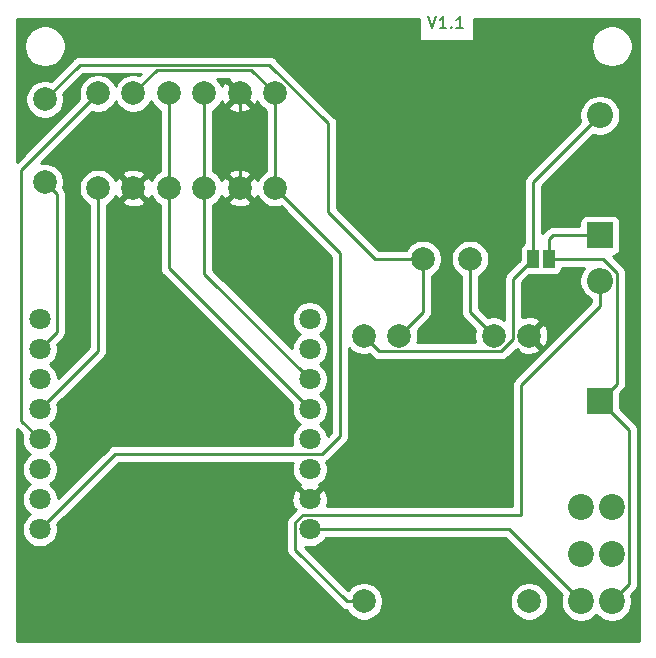
<source format=gtl>
G04 #@! TF.GenerationSoftware,KiCad,Pcbnew,(5.1.10)-1*
G04 #@! TF.CreationDate,2022-01-03T01:22:49-05:00*
G04 #@! TF.ProjectId,SlimeVRMotherBoard,536c696d-6556-4524-9d6f-74686572426f,V1.1*
G04 #@! TF.SameCoordinates,Original*
G04 #@! TF.FileFunction,Copper,L1,Top*
G04 #@! TF.FilePolarity,Positive*
%FSLAX46Y46*%
G04 Gerber Fmt 4.6, Leading zero omitted, Abs format (unit mm)*
G04 Created by KiCad (PCBNEW (5.1.10)-1) date 2022-01-03 01:22:49*
%MOMM*%
%LPD*%
G01*
G04 APERTURE LIST*
G04 #@! TA.AperFunction,NonConductor*
%ADD10C,0.150000*%
G04 #@! TD*
G04 #@! TA.AperFunction,ComponentPad*
%ADD11C,2.000000*%
G04 #@! TD*
G04 #@! TA.AperFunction,SMDPad,CuDef*
%ADD12R,1.000000X1.500000*%
G04 #@! TD*
G04 #@! TA.AperFunction,ComponentPad*
%ADD13O,2.200000X2.200000*%
G04 #@! TD*
G04 #@! TA.AperFunction,ComponentPad*
%ADD14R,2.200000X2.200000*%
G04 #@! TD*
G04 #@! TA.AperFunction,ComponentPad*
%ADD15C,1.800000*%
G04 #@! TD*
G04 #@! TA.AperFunction,ComponentPad*
%ADD16C,2.200000*%
G04 #@! TD*
G04 #@! TA.AperFunction,Conductor*
%ADD17C,0.250000*%
G04 #@! TD*
G04 #@! TA.AperFunction,Conductor*
%ADD18C,0.254000*%
G04 #@! TD*
G04 #@! TA.AperFunction,Conductor*
%ADD19C,0.100000*%
G04 #@! TD*
G04 APERTURE END LIST*
D10*
X169476190Y-95452380D02*
X169809523Y-96452380D01*
X170142857Y-95452380D01*
X171000000Y-96452380D02*
X170428571Y-96452380D01*
X170714285Y-96452380D02*
X170714285Y-95452380D01*
X170619047Y-95595238D01*
X170523809Y-95690476D01*
X170428571Y-95738095D01*
X171428571Y-96357142D02*
X171476190Y-96404761D01*
X171428571Y-96452380D01*
X171380952Y-96404761D01*
X171428571Y-96357142D01*
X171428571Y-96452380D01*
X172428571Y-96452380D02*
X171857142Y-96452380D01*
X172142857Y-96452380D02*
X172142857Y-95452380D01*
X172047619Y-95595238D01*
X171952380Y-95690476D01*
X171857142Y-95738095D01*
D11*
X137000000Y-109500000D03*
X137000000Y-102500000D03*
D12*
X178350000Y-116000000D03*
X179650000Y-116000000D03*
D13*
X184000000Y-103840000D03*
D14*
X184000000Y-114000000D03*
D13*
X184000000Y-117840000D03*
D14*
X184000000Y-128000000D03*
D11*
X173000000Y-116000000D03*
X169000000Y-116000000D03*
D15*
X136570000Y-138890000D03*
X159430000Y-138890000D03*
X136570000Y-136350000D03*
X159430000Y-136350000D03*
X136570000Y-133810000D03*
X159430000Y-133810000D03*
X136570000Y-131270000D03*
X159430000Y-131270000D03*
X136570000Y-128730000D03*
X159430000Y-128730000D03*
X136570000Y-126190000D03*
X159430000Y-126190000D03*
X136570000Y-123650000D03*
X159430000Y-123650000D03*
X136570000Y-121110000D03*
X159430000Y-121110000D03*
D11*
X150500000Y-110000000D03*
X153500000Y-110000000D03*
X156500000Y-110000000D03*
X147500000Y-110000000D03*
X144500000Y-110000000D03*
X141500000Y-110000000D03*
X141500000Y-102000000D03*
X144500000Y-102000000D03*
X147500000Y-102000000D03*
X156500000Y-102000000D03*
X153500000Y-102000000D03*
X150500000Y-102000000D03*
D16*
X182400000Y-145000000D03*
X185000000Y-145000000D03*
X182400000Y-141000000D03*
X185000000Y-141000000D03*
X182400000Y-137000000D03*
X185000000Y-137000000D03*
D11*
X178000000Y-122500000D03*
X175000000Y-122500000D03*
X164000000Y-145000000D03*
X178000000Y-145000000D03*
X164000000Y-122500000D03*
X167000000Y-122500000D03*
D17*
X173000000Y-120500000D02*
X175000000Y-122500000D01*
X173000000Y-116000000D02*
X173000000Y-120500000D01*
X156010992Y-99549990D02*
X161000000Y-104538998D01*
X139950010Y-99549990D02*
X156010992Y-99549990D01*
X137000000Y-102500000D02*
X139950010Y-99549990D01*
X161000000Y-104538998D02*
X161000000Y-112000000D01*
X165000000Y-116000000D02*
X169000000Y-116000000D01*
X161000000Y-112000000D02*
X165000000Y-116000000D01*
X169000000Y-120500000D02*
X167000000Y-122500000D01*
X169000000Y-116000000D02*
X169000000Y-120500000D01*
X176290000Y-138890000D02*
X159430000Y-138890000D01*
X182400000Y-145000000D02*
X176290000Y-138890000D01*
X153500000Y-102000000D02*
X153500000Y-110000000D01*
X156500000Y-102000000D02*
X156500000Y-110000000D01*
X162000000Y-115500000D02*
X156500000Y-110000000D01*
X160504999Y-132495001D02*
X162000000Y-131000000D01*
X162000000Y-131000000D02*
X162000000Y-115500000D01*
X142964999Y-132495001D02*
X160504999Y-132495001D01*
X136570000Y-138890000D02*
X142964999Y-132495001D01*
X156500000Y-102000000D02*
X154500000Y-100000000D01*
X146500000Y-100000000D02*
X144500000Y-102000000D01*
X154500000Y-100000000D02*
X146500000Y-100000000D01*
X136570000Y-131270000D02*
X135000000Y-129700000D01*
X135000000Y-108500000D02*
X141500000Y-102000000D01*
X135000000Y-129700000D02*
X135000000Y-108500000D01*
X141500000Y-123800000D02*
X141500000Y-110000000D01*
X136570000Y-128730000D02*
X141500000Y-123800000D01*
X147500000Y-102000000D02*
X147500000Y-110000000D01*
X147500000Y-116800000D02*
X147500000Y-110000000D01*
X159430000Y-128730000D02*
X147500000Y-116800000D01*
X150500000Y-110000000D02*
X150500000Y-102000000D01*
X150500000Y-117260000D02*
X150500000Y-110000000D01*
X159430000Y-126190000D02*
X150500000Y-117260000D01*
X184000000Y-118461002D02*
X184000000Y-117840000D01*
X184000000Y-120000000D02*
X184000000Y-117840000D01*
X177335001Y-126664999D02*
X184000000Y-120000000D01*
X177335001Y-137664999D02*
X177335001Y-126664999D01*
X158841999Y-137664999D02*
X177335001Y-137664999D01*
X158204999Y-138301999D02*
X158841999Y-137664999D01*
X158204999Y-140619212D02*
X158204999Y-138301999D01*
X162585787Y-145000000D02*
X158204999Y-140619212D01*
X164000000Y-145000000D02*
X162585787Y-145000000D01*
X185425001Y-126574999D02*
X184000000Y-128000000D01*
X185425001Y-117155999D02*
X185425001Y-126574999D01*
X179650000Y-116000000D02*
X179650000Y-115350000D01*
X186454623Y-130454623D02*
X184000000Y-128000000D01*
X186454623Y-143545377D02*
X186454623Y-130454623D01*
X185000000Y-145000000D02*
X186454623Y-143545377D01*
X179650000Y-116000000D02*
X182000000Y-116000000D01*
X184269002Y-116000000D02*
X185425001Y-117155999D01*
X179650000Y-116000000D02*
X184269002Y-116000000D01*
X179650000Y-116000000D02*
X179650000Y-114350000D01*
X180000000Y-114000000D02*
X184000000Y-114000000D01*
X179650000Y-114350000D02*
X180000000Y-114000000D01*
X178350000Y-109490000D02*
X184000000Y-103840000D01*
X178350000Y-116000000D02*
X178350000Y-109490000D01*
X175636001Y-123825001D02*
X165325001Y-123825001D01*
X176674999Y-117675001D02*
X176674999Y-122786003D01*
X165325001Y-123825001D02*
X164000000Y-122500000D01*
X176674999Y-122786003D02*
X175636001Y-123825001D01*
X178350000Y-116000000D02*
X176674999Y-117675001D01*
X137999999Y-122220001D02*
X136570000Y-123650000D01*
X137999999Y-110499999D02*
X137999999Y-122220001D01*
X137000000Y-109500000D02*
X137999999Y-110499999D01*
D18*
X168670953Y-97527500D02*
X173329048Y-97527500D01*
X173329048Y-95660000D01*
X187340000Y-95660000D01*
X187340001Y-148340000D01*
X134660000Y-148340000D01*
X134660000Y-130434801D01*
X135086269Y-130861070D01*
X135035000Y-131118816D01*
X135035000Y-131421184D01*
X135093989Y-131717743D01*
X135209701Y-131997095D01*
X135377688Y-132248505D01*
X135591495Y-132462312D01*
X135707763Y-132540000D01*
X135591495Y-132617688D01*
X135377688Y-132831495D01*
X135209701Y-133082905D01*
X135093989Y-133362257D01*
X135035000Y-133658816D01*
X135035000Y-133961184D01*
X135093989Y-134257743D01*
X135209701Y-134537095D01*
X135377688Y-134788505D01*
X135591495Y-135002312D01*
X135707763Y-135080000D01*
X135591495Y-135157688D01*
X135377688Y-135371495D01*
X135209701Y-135622905D01*
X135093989Y-135902257D01*
X135035000Y-136198816D01*
X135035000Y-136501184D01*
X135093989Y-136797743D01*
X135209701Y-137077095D01*
X135377688Y-137328505D01*
X135591495Y-137542312D01*
X135707763Y-137620000D01*
X135591495Y-137697688D01*
X135377688Y-137911495D01*
X135209701Y-138162905D01*
X135093989Y-138442257D01*
X135035000Y-138738816D01*
X135035000Y-139041184D01*
X135093989Y-139337743D01*
X135209701Y-139617095D01*
X135377688Y-139868505D01*
X135591495Y-140082312D01*
X135842905Y-140250299D01*
X136122257Y-140366011D01*
X136418816Y-140425000D01*
X136721184Y-140425000D01*
X137017743Y-140366011D01*
X137297095Y-140250299D01*
X137548505Y-140082312D01*
X137762312Y-139868505D01*
X137930299Y-139617095D01*
X138046011Y-139337743D01*
X138105000Y-139041184D01*
X138105000Y-138738816D01*
X138053731Y-138481070D01*
X143279801Y-133255001D01*
X157998416Y-133255001D01*
X157953989Y-133362257D01*
X157895000Y-133658816D01*
X157895000Y-133961184D01*
X157953989Y-134257743D01*
X158069701Y-134537095D01*
X158237688Y-134788505D01*
X158451495Y-135002312D01*
X158605105Y-135104951D01*
X158545525Y-135285920D01*
X159430000Y-136170395D01*
X160314475Y-135285920D01*
X160254895Y-135104951D01*
X160408505Y-135002312D01*
X160622312Y-134788505D01*
X160790299Y-134537095D01*
X160906011Y-134257743D01*
X160965000Y-133961184D01*
X160965000Y-133658816D01*
X160906011Y-133362257D01*
X160831454Y-133182262D01*
X160929275Y-133129975D01*
X161045000Y-133035002D01*
X161068803Y-133005998D01*
X162511004Y-131563798D01*
X162540001Y-131540001D01*
X162634974Y-131424276D01*
X162705546Y-131292247D01*
X162749003Y-131148986D01*
X162760000Y-131037333D01*
X162760000Y-131037325D01*
X162763676Y-131000000D01*
X162760000Y-130962675D01*
X162760000Y-123572239D01*
X162957748Y-123769987D01*
X163225537Y-123948918D01*
X163523088Y-124072168D01*
X163838967Y-124135000D01*
X164161033Y-124135000D01*
X164476912Y-124072168D01*
X164491375Y-124066177D01*
X164761206Y-124336009D01*
X164785000Y-124365002D01*
X164813993Y-124388796D01*
X164813997Y-124388800D01*
X164844309Y-124413676D01*
X164900725Y-124459975D01*
X165032754Y-124530547D01*
X165176015Y-124574004D01*
X165287668Y-124585001D01*
X165287677Y-124585001D01*
X165325000Y-124588677D01*
X165362323Y-124585001D01*
X175598679Y-124585001D01*
X175636001Y-124588677D01*
X175673323Y-124585001D01*
X175673334Y-124585001D01*
X175784987Y-124574004D01*
X175928248Y-124530547D01*
X176060277Y-124459975D01*
X176176002Y-124365002D01*
X176199805Y-124335999D01*
X176856623Y-123679181D01*
X176928525Y-123751083D01*
X177044193Y-123635415D01*
X177139956Y-123899814D01*
X177429571Y-124040704D01*
X177741108Y-124122384D01*
X178062595Y-124141718D01*
X178381675Y-124097961D01*
X178686088Y-123992795D01*
X178860044Y-123899814D01*
X178955808Y-123635413D01*
X178000000Y-122679605D01*
X177985858Y-122693748D01*
X177806253Y-122514143D01*
X177820395Y-122500000D01*
X178179605Y-122500000D01*
X179135413Y-123455808D01*
X179399814Y-123360044D01*
X179540704Y-123070429D01*
X179622384Y-122758892D01*
X179641718Y-122437405D01*
X179597961Y-122118325D01*
X179492795Y-121813912D01*
X179399814Y-121639956D01*
X179135413Y-121544192D01*
X178179605Y-122500000D01*
X177820395Y-122500000D01*
X177806253Y-122485858D01*
X177985858Y-122306253D01*
X178000000Y-122320395D01*
X178955808Y-121364587D01*
X178860044Y-121100186D01*
X178570429Y-120959296D01*
X178258892Y-120877616D01*
X177937405Y-120858282D01*
X177618325Y-120902039D01*
X177434999Y-120965373D01*
X177434999Y-117989802D01*
X178036729Y-117388072D01*
X178850000Y-117388072D01*
X178974482Y-117375812D01*
X179000000Y-117368071D01*
X179025518Y-117375812D01*
X179150000Y-117388072D01*
X180150000Y-117388072D01*
X180274482Y-117375812D01*
X180394180Y-117339502D01*
X180504494Y-117280537D01*
X180601185Y-117201185D01*
X180680537Y-117104494D01*
X180739502Y-116994180D01*
X180775812Y-116874482D01*
X180787087Y-116760000D01*
X182634966Y-116760000D01*
X182462463Y-117018169D01*
X182331675Y-117333919D01*
X182265000Y-117669117D01*
X182265000Y-118010883D01*
X182331675Y-118346081D01*
X182462463Y-118661831D01*
X182652337Y-118945998D01*
X182894002Y-119187663D01*
X183178169Y-119377537D01*
X183240000Y-119403148D01*
X183240000Y-119685198D01*
X176823999Y-126101200D01*
X176795001Y-126124998D01*
X176771203Y-126153996D01*
X176771202Y-126153997D01*
X176700027Y-126240723D01*
X176629455Y-126372753D01*
X176585999Y-126516014D01*
X176571325Y-126664999D01*
X176575002Y-126702331D01*
X176575001Y-136904999D01*
X160866300Y-136904999D01*
X160879158Y-136878225D01*
X160954365Y-136585358D01*
X160970991Y-136283447D01*
X160928397Y-135984093D01*
X160828222Y-135698801D01*
X160748261Y-135549208D01*
X160494080Y-135465525D01*
X159609605Y-136350000D01*
X159623748Y-136364143D01*
X159444143Y-136543748D01*
X159430000Y-136529605D01*
X159415858Y-136543748D01*
X159236253Y-136364143D01*
X159250395Y-136350000D01*
X158365920Y-135465525D01*
X158111739Y-135549208D01*
X157980842Y-135821775D01*
X157905635Y-136114642D01*
X157889009Y-136416553D01*
X157931603Y-136715907D01*
X158031778Y-137001199D01*
X158111739Y-137150792D01*
X158239381Y-137192815D01*
X157693997Y-137738200D01*
X157664999Y-137761998D01*
X157641201Y-137790996D01*
X157641200Y-137790997D01*
X157570025Y-137877723D01*
X157499453Y-138009753D01*
X157475332Y-138089274D01*
X157455997Y-138153013D01*
X157445000Y-138264666D01*
X157441323Y-138301999D01*
X157445000Y-138339331D01*
X157444999Y-140581889D01*
X157441323Y-140619212D01*
X157444999Y-140656534D01*
X157444999Y-140656544D01*
X157455996Y-140768197D01*
X157474476Y-140829117D01*
X157499453Y-140911458D01*
X157570025Y-141043488D01*
X157609870Y-141092038D01*
X157664998Y-141159213D01*
X157694002Y-141183016D01*
X162021988Y-145511003D01*
X162045786Y-145540001D01*
X162161511Y-145634974D01*
X162293540Y-145705546D01*
X162436801Y-145749003D01*
X162544948Y-145759655D01*
X162551082Y-145774463D01*
X162730013Y-146042252D01*
X162957748Y-146269987D01*
X163225537Y-146448918D01*
X163523088Y-146572168D01*
X163838967Y-146635000D01*
X164161033Y-146635000D01*
X164476912Y-146572168D01*
X164774463Y-146448918D01*
X165042252Y-146269987D01*
X165269987Y-146042252D01*
X165448918Y-145774463D01*
X165572168Y-145476912D01*
X165635000Y-145161033D01*
X165635000Y-144838967D01*
X176365000Y-144838967D01*
X176365000Y-145161033D01*
X176427832Y-145476912D01*
X176551082Y-145774463D01*
X176730013Y-146042252D01*
X176957748Y-146269987D01*
X177225537Y-146448918D01*
X177523088Y-146572168D01*
X177838967Y-146635000D01*
X178161033Y-146635000D01*
X178476912Y-146572168D01*
X178774463Y-146448918D01*
X179042252Y-146269987D01*
X179269987Y-146042252D01*
X179448918Y-145774463D01*
X179572168Y-145476912D01*
X179635000Y-145161033D01*
X179635000Y-144838967D01*
X179572168Y-144523088D01*
X179448918Y-144225537D01*
X179269987Y-143957748D01*
X179042252Y-143730013D01*
X178774463Y-143551082D01*
X178476912Y-143427832D01*
X178161033Y-143365000D01*
X177838967Y-143365000D01*
X177523088Y-143427832D01*
X177225537Y-143551082D01*
X176957748Y-143730013D01*
X176730013Y-143957748D01*
X176551082Y-144225537D01*
X176427832Y-144523088D01*
X176365000Y-144838967D01*
X165635000Y-144838967D01*
X165572168Y-144523088D01*
X165448918Y-144225537D01*
X165269987Y-143957748D01*
X165042252Y-143730013D01*
X164774463Y-143551082D01*
X164476912Y-143427832D01*
X164161033Y-143365000D01*
X163838967Y-143365000D01*
X163523088Y-143427832D01*
X163225537Y-143551082D01*
X162957748Y-143730013D01*
X162730013Y-143957748D01*
X162685282Y-144024693D01*
X159037609Y-140377021D01*
X159278816Y-140425000D01*
X159581184Y-140425000D01*
X159877743Y-140366011D01*
X160157095Y-140250299D01*
X160408505Y-140082312D01*
X160622312Y-139868505D01*
X160768313Y-139650000D01*
X175975199Y-139650000D01*
X180757286Y-144432088D01*
X180731675Y-144493919D01*
X180665000Y-144829117D01*
X180665000Y-145170883D01*
X180731675Y-145506081D01*
X180862463Y-145821831D01*
X181052337Y-146105998D01*
X181294002Y-146347663D01*
X181578169Y-146537537D01*
X181893919Y-146668325D01*
X182229117Y-146735000D01*
X182570883Y-146735000D01*
X182906081Y-146668325D01*
X183221831Y-146537537D01*
X183505998Y-146347663D01*
X183700000Y-146153661D01*
X183894002Y-146347663D01*
X184178169Y-146537537D01*
X184493919Y-146668325D01*
X184829117Y-146735000D01*
X185170883Y-146735000D01*
X185506081Y-146668325D01*
X185821831Y-146537537D01*
X186105998Y-146347663D01*
X186347663Y-146105998D01*
X186537537Y-145821831D01*
X186668325Y-145506081D01*
X186735000Y-145170883D01*
X186735000Y-144829117D01*
X186668325Y-144493919D01*
X186642714Y-144432088D01*
X186965627Y-144109175D01*
X186994624Y-144085378D01*
X187089597Y-143969653D01*
X187160169Y-143837624D01*
X187203626Y-143694363D01*
X187214623Y-143582710D01*
X187214623Y-143582709D01*
X187218300Y-143545377D01*
X187214623Y-143508044D01*
X187214623Y-130491945D01*
X187218299Y-130454622D01*
X187214623Y-130417299D01*
X187214623Y-130417290D01*
X187203626Y-130305637D01*
X187160169Y-130162376D01*
X187139803Y-130124275D01*
X187089597Y-130030346D01*
X187018422Y-129943620D01*
X186994624Y-129914622D01*
X186965626Y-129890824D01*
X185738072Y-128663271D01*
X185738072Y-127336730D01*
X185936004Y-127138798D01*
X185965002Y-127115000D01*
X186059975Y-126999275D01*
X186130547Y-126867246D01*
X186174004Y-126723985D01*
X186185001Y-126612332D01*
X186185001Y-126612324D01*
X186188677Y-126574999D01*
X186185001Y-126537674D01*
X186185001Y-117193321D01*
X186188677Y-117155998D01*
X186185001Y-117118675D01*
X186185001Y-117118666D01*
X186174004Y-117007013D01*
X186130547Y-116863752D01*
X186059975Y-116731723D01*
X185993740Y-116651015D01*
X185988800Y-116644995D01*
X185988796Y-116644991D01*
X185965002Y-116615998D01*
X185936010Y-116592205D01*
X185081875Y-115738072D01*
X185100000Y-115738072D01*
X185224482Y-115725812D01*
X185344180Y-115689502D01*
X185454494Y-115630537D01*
X185551185Y-115551185D01*
X185630537Y-115454494D01*
X185689502Y-115344180D01*
X185725812Y-115224482D01*
X185738072Y-115100000D01*
X185738072Y-112900000D01*
X185725812Y-112775518D01*
X185689502Y-112655820D01*
X185630537Y-112545506D01*
X185551185Y-112448815D01*
X185454494Y-112369463D01*
X185344180Y-112310498D01*
X185224482Y-112274188D01*
X185100000Y-112261928D01*
X182900000Y-112261928D01*
X182775518Y-112274188D01*
X182655820Y-112310498D01*
X182545506Y-112369463D01*
X182448815Y-112448815D01*
X182369463Y-112545506D01*
X182310498Y-112655820D01*
X182274188Y-112775518D01*
X182261928Y-112900000D01*
X182261928Y-113240000D01*
X180037325Y-113240000D01*
X180000000Y-113236324D01*
X179962675Y-113240000D01*
X179962667Y-113240000D01*
X179851014Y-113250997D01*
X179707753Y-113294454D01*
X179575724Y-113365026D01*
X179459999Y-113459999D01*
X179436196Y-113489003D01*
X179138998Y-113786201D01*
X179110000Y-113809999D01*
X179110000Y-109804801D01*
X183432088Y-105482714D01*
X183493919Y-105508325D01*
X183829117Y-105575000D01*
X184170883Y-105575000D01*
X184506081Y-105508325D01*
X184821831Y-105377537D01*
X185105998Y-105187663D01*
X185347663Y-104945998D01*
X185537537Y-104661831D01*
X185668325Y-104346081D01*
X185735000Y-104010883D01*
X185735000Y-103669117D01*
X185668325Y-103333919D01*
X185537537Y-103018169D01*
X185347663Y-102734002D01*
X185105998Y-102492337D01*
X184821831Y-102302463D01*
X184506081Y-102171675D01*
X184170883Y-102105000D01*
X183829117Y-102105000D01*
X183493919Y-102171675D01*
X183178169Y-102302463D01*
X182894002Y-102492337D01*
X182652337Y-102734002D01*
X182462463Y-103018169D01*
X182331675Y-103333919D01*
X182265000Y-103669117D01*
X182265000Y-104010883D01*
X182331675Y-104346081D01*
X182357286Y-104407912D01*
X177838998Y-108926201D01*
X177810000Y-108949999D01*
X177786202Y-108978997D01*
X177786201Y-108978998D01*
X177715026Y-109065724D01*
X177644454Y-109197754D01*
X177600998Y-109341015D01*
X177586324Y-109490000D01*
X177590001Y-109527332D01*
X177590000Y-114668954D01*
X177495506Y-114719463D01*
X177398815Y-114798815D01*
X177319463Y-114895506D01*
X177260498Y-115005820D01*
X177224188Y-115125518D01*
X177211928Y-115250000D01*
X177211928Y-116063270D01*
X176164002Y-117111197D01*
X176134998Y-117135000D01*
X176080682Y-117201185D01*
X176040025Y-117250725D01*
X175992306Y-117340001D01*
X175969453Y-117382755D01*
X175925996Y-117526016D01*
X175914999Y-117637669D01*
X175914999Y-117637679D01*
X175911323Y-117675001D01*
X175914999Y-117712324D01*
X175915000Y-121144986D01*
X175774463Y-121051082D01*
X175476912Y-120927832D01*
X175161033Y-120865000D01*
X174838967Y-120865000D01*
X174523088Y-120927832D01*
X174508624Y-120933823D01*
X173760000Y-120185199D01*
X173760000Y-117454909D01*
X173774463Y-117448918D01*
X174042252Y-117269987D01*
X174269987Y-117042252D01*
X174448918Y-116774463D01*
X174572168Y-116476912D01*
X174635000Y-116161033D01*
X174635000Y-115838967D01*
X174572168Y-115523088D01*
X174448918Y-115225537D01*
X174269987Y-114957748D01*
X174042252Y-114730013D01*
X173774463Y-114551082D01*
X173476912Y-114427832D01*
X173161033Y-114365000D01*
X172838967Y-114365000D01*
X172523088Y-114427832D01*
X172225537Y-114551082D01*
X171957748Y-114730013D01*
X171730013Y-114957748D01*
X171551082Y-115225537D01*
X171427832Y-115523088D01*
X171365000Y-115838967D01*
X171365000Y-116161033D01*
X171427832Y-116476912D01*
X171551082Y-116774463D01*
X171730013Y-117042252D01*
X171957748Y-117269987D01*
X172225537Y-117448918D01*
X172240000Y-117454909D01*
X172240001Y-120462668D01*
X172236324Y-120500000D01*
X172240001Y-120537333D01*
X172250998Y-120648986D01*
X172255024Y-120662257D01*
X172294454Y-120792246D01*
X172365026Y-120924276D01*
X172433085Y-121007205D01*
X172460000Y-121040001D01*
X172488998Y-121063799D01*
X173433823Y-122008624D01*
X173427832Y-122023088D01*
X173365000Y-122338967D01*
X173365000Y-122661033D01*
X173427832Y-122976912D01*
X173464320Y-123065001D01*
X168535680Y-123065001D01*
X168572168Y-122976912D01*
X168635000Y-122661033D01*
X168635000Y-122338967D01*
X168572168Y-122023088D01*
X168566177Y-122008625D01*
X169511003Y-121063799D01*
X169540001Y-121040001D01*
X169632056Y-120927832D01*
X169634974Y-120924277D01*
X169705546Y-120792247D01*
X169714212Y-120763677D01*
X169749003Y-120648986D01*
X169760000Y-120537333D01*
X169760000Y-120537324D01*
X169763676Y-120500001D01*
X169760000Y-120462678D01*
X169760000Y-117454909D01*
X169774463Y-117448918D01*
X170042252Y-117269987D01*
X170269987Y-117042252D01*
X170448918Y-116774463D01*
X170572168Y-116476912D01*
X170635000Y-116161033D01*
X170635000Y-115838967D01*
X170572168Y-115523088D01*
X170448918Y-115225537D01*
X170269987Y-114957748D01*
X170042252Y-114730013D01*
X169774463Y-114551082D01*
X169476912Y-114427832D01*
X169161033Y-114365000D01*
X168838967Y-114365000D01*
X168523088Y-114427832D01*
X168225537Y-114551082D01*
X167957748Y-114730013D01*
X167730013Y-114957748D01*
X167551082Y-115225537D01*
X167545091Y-115240000D01*
X165314802Y-115240000D01*
X161760000Y-111685199D01*
X161760000Y-104576323D01*
X161763676Y-104538998D01*
X161760000Y-104501673D01*
X161760000Y-104501665D01*
X161749003Y-104390012D01*
X161705546Y-104246751D01*
X161634974Y-104114722D01*
X161540001Y-103998997D01*
X161511004Y-103975200D01*
X156574796Y-99038993D01*
X156550993Y-99009989D01*
X156435268Y-98915016D01*
X156303239Y-98844444D01*
X156159978Y-98800987D01*
X156048325Y-98789990D01*
X156048314Y-98789990D01*
X156010992Y-98786314D01*
X155973670Y-98789990D01*
X139987332Y-98789990D01*
X139950009Y-98786314D01*
X139912686Y-98789990D01*
X139912677Y-98789990D01*
X139801024Y-98800987D01*
X139657763Y-98844444D01*
X139525733Y-98915016D01*
X139442093Y-98983658D01*
X139410009Y-99009989D01*
X139386211Y-99038987D01*
X137491376Y-100933823D01*
X137476912Y-100927832D01*
X137161033Y-100865000D01*
X136838967Y-100865000D01*
X136523088Y-100927832D01*
X136225537Y-101051082D01*
X135957748Y-101230013D01*
X135730013Y-101457748D01*
X135551082Y-101725537D01*
X135427832Y-102023088D01*
X135365000Y-102338967D01*
X135365000Y-102661033D01*
X135427832Y-102976912D01*
X135551082Y-103274463D01*
X135730013Y-103542252D01*
X135957748Y-103769987D01*
X136225537Y-103948918D01*
X136523088Y-104072168D01*
X136838967Y-104135000D01*
X137161033Y-104135000D01*
X137476912Y-104072168D01*
X137774463Y-103948918D01*
X138042252Y-103769987D01*
X138269987Y-103542252D01*
X138448918Y-103274463D01*
X138572168Y-102976912D01*
X138635000Y-102661033D01*
X138635000Y-102338967D01*
X138572168Y-102023088D01*
X138566177Y-102008624D01*
X140264812Y-100309990D01*
X145115208Y-100309990D01*
X144991375Y-100433823D01*
X144976912Y-100427832D01*
X144661033Y-100365000D01*
X144338967Y-100365000D01*
X144023088Y-100427832D01*
X143725537Y-100551082D01*
X143457748Y-100730013D01*
X143230013Y-100957748D01*
X143051082Y-101225537D01*
X143000000Y-101348860D01*
X142948918Y-101225537D01*
X142769987Y-100957748D01*
X142542252Y-100730013D01*
X142274463Y-100551082D01*
X141976912Y-100427832D01*
X141661033Y-100365000D01*
X141338967Y-100365000D01*
X141023088Y-100427832D01*
X140725537Y-100551082D01*
X140457748Y-100730013D01*
X140230013Y-100957748D01*
X140051082Y-101225537D01*
X139927832Y-101523088D01*
X139865000Y-101838967D01*
X139865000Y-102161033D01*
X139927832Y-102476912D01*
X139933823Y-102491375D01*
X134660000Y-107765199D01*
X134660000Y-97825529D01*
X135228571Y-97825529D01*
X135228571Y-98174471D01*
X135296646Y-98516707D01*
X135430180Y-98839086D01*
X135624041Y-99129220D01*
X135870780Y-99375959D01*
X136160914Y-99569820D01*
X136483293Y-99703354D01*
X136825529Y-99771429D01*
X137174471Y-99771429D01*
X137516707Y-99703354D01*
X137839086Y-99569820D01*
X138129220Y-99375959D01*
X138375959Y-99129220D01*
X138569820Y-98839086D01*
X138703354Y-98516707D01*
X138771429Y-98174471D01*
X138771429Y-97825529D01*
X183228571Y-97825529D01*
X183228571Y-98174471D01*
X183296646Y-98516707D01*
X183430180Y-98839086D01*
X183624041Y-99129220D01*
X183870780Y-99375959D01*
X184160914Y-99569820D01*
X184483293Y-99703354D01*
X184825529Y-99771429D01*
X185174471Y-99771429D01*
X185516707Y-99703354D01*
X185839086Y-99569820D01*
X186129220Y-99375959D01*
X186375959Y-99129220D01*
X186569820Y-98839086D01*
X186703354Y-98516707D01*
X186771429Y-98174471D01*
X186771429Y-97825529D01*
X186703354Y-97483293D01*
X186569820Y-97160914D01*
X186375959Y-96870780D01*
X186129220Y-96624041D01*
X185839086Y-96430180D01*
X185516707Y-96296646D01*
X185174471Y-96228571D01*
X184825529Y-96228571D01*
X184483293Y-96296646D01*
X184160914Y-96430180D01*
X183870780Y-96624041D01*
X183624041Y-96870780D01*
X183430180Y-97160914D01*
X183296646Y-97483293D01*
X183228571Y-97825529D01*
X138771429Y-97825529D01*
X138703354Y-97483293D01*
X138569820Y-97160914D01*
X138375959Y-96870780D01*
X138129220Y-96624041D01*
X137839086Y-96430180D01*
X137516707Y-96296646D01*
X137174471Y-96228571D01*
X136825529Y-96228571D01*
X136483293Y-96296646D01*
X136160914Y-96430180D01*
X135870780Y-96624041D01*
X135624041Y-96870780D01*
X135430180Y-97160914D01*
X135296646Y-97483293D01*
X135228571Y-97825529D01*
X134660000Y-97825529D01*
X134660000Y-95660000D01*
X168670953Y-95660000D01*
X168670953Y-97527500D01*
G04 #@! TA.AperFunction,Conductor*
D19*
G36*
X168670953Y-97527500D02*
G01*
X173329048Y-97527500D01*
X173329048Y-95660000D01*
X187340000Y-95660000D01*
X187340001Y-148340000D01*
X134660000Y-148340000D01*
X134660000Y-130434801D01*
X135086269Y-130861070D01*
X135035000Y-131118816D01*
X135035000Y-131421184D01*
X135093989Y-131717743D01*
X135209701Y-131997095D01*
X135377688Y-132248505D01*
X135591495Y-132462312D01*
X135707763Y-132540000D01*
X135591495Y-132617688D01*
X135377688Y-132831495D01*
X135209701Y-133082905D01*
X135093989Y-133362257D01*
X135035000Y-133658816D01*
X135035000Y-133961184D01*
X135093989Y-134257743D01*
X135209701Y-134537095D01*
X135377688Y-134788505D01*
X135591495Y-135002312D01*
X135707763Y-135080000D01*
X135591495Y-135157688D01*
X135377688Y-135371495D01*
X135209701Y-135622905D01*
X135093989Y-135902257D01*
X135035000Y-136198816D01*
X135035000Y-136501184D01*
X135093989Y-136797743D01*
X135209701Y-137077095D01*
X135377688Y-137328505D01*
X135591495Y-137542312D01*
X135707763Y-137620000D01*
X135591495Y-137697688D01*
X135377688Y-137911495D01*
X135209701Y-138162905D01*
X135093989Y-138442257D01*
X135035000Y-138738816D01*
X135035000Y-139041184D01*
X135093989Y-139337743D01*
X135209701Y-139617095D01*
X135377688Y-139868505D01*
X135591495Y-140082312D01*
X135842905Y-140250299D01*
X136122257Y-140366011D01*
X136418816Y-140425000D01*
X136721184Y-140425000D01*
X137017743Y-140366011D01*
X137297095Y-140250299D01*
X137548505Y-140082312D01*
X137762312Y-139868505D01*
X137930299Y-139617095D01*
X138046011Y-139337743D01*
X138105000Y-139041184D01*
X138105000Y-138738816D01*
X138053731Y-138481070D01*
X143279801Y-133255001D01*
X157998416Y-133255001D01*
X157953989Y-133362257D01*
X157895000Y-133658816D01*
X157895000Y-133961184D01*
X157953989Y-134257743D01*
X158069701Y-134537095D01*
X158237688Y-134788505D01*
X158451495Y-135002312D01*
X158605105Y-135104951D01*
X158545525Y-135285920D01*
X159430000Y-136170395D01*
X160314475Y-135285920D01*
X160254895Y-135104951D01*
X160408505Y-135002312D01*
X160622312Y-134788505D01*
X160790299Y-134537095D01*
X160906011Y-134257743D01*
X160965000Y-133961184D01*
X160965000Y-133658816D01*
X160906011Y-133362257D01*
X160831454Y-133182262D01*
X160929275Y-133129975D01*
X161045000Y-133035002D01*
X161068803Y-133005998D01*
X162511004Y-131563798D01*
X162540001Y-131540001D01*
X162634974Y-131424276D01*
X162705546Y-131292247D01*
X162749003Y-131148986D01*
X162760000Y-131037333D01*
X162760000Y-131037325D01*
X162763676Y-131000000D01*
X162760000Y-130962675D01*
X162760000Y-123572239D01*
X162957748Y-123769987D01*
X163225537Y-123948918D01*
X163523088Y-124072168D01*
X163838967Y-124135000D01*
X164161033Y-124135000D01*
X164476912Y-124072168D01*
X164491375Y-124066177D01*
X164761206Y-124336009D01*
X164785000Y-124365002D01*
X164813993Y-124388796D01*
X164813997Y-124388800D01*
X164844309Y-124413676D01*
X164900725Y-124459975D01*
X165032754Y-124530547D01*
X165176015Y-124574004D01*
X165287668Y-124585001D01*
X165287677Y-124585001D01*
X165325000Y-124588677D01*
X165362323Y-124585001D01*
X175598679Y-124585001D01*
X175636001Y-124588677D01*
X175673323Y-124585001D01*
X175673334Y-124585001D01*
X175784987Y-124574004D01*
X175928248Y-124530547D01*
X176060277Y-124459975D01*
X176176002Y-124365002D01*
X176199805Y-124335999D01*
X176856623Y-123679181D01*
X176928525Y-123751083D01*
X177044193Y-123635415D01*
X177139956Y-123899814D01*
X177429571Y-124040704D01*
X177741108Y-124122384D01*
X178062595Y-124141718D01*
X178381675Y-124097961D01*
X178686088Y-123992795D01*
X178860044Y-123899814D01*
X178955808Y-123635413D01*
X178000000Y-122679605D01*
X177985858Y-122693748D01*
X177806253Y-122514143D01*
X177820395Y-122500000D01*
X178179605Y-122500000D01*
X179135413Y-123455808D01*
X179399814Y-123360044D01*
X179540704Y-123070429D01*
X179622384Y-122758892D01*
X179641718Y-122437405D01*
X179597961Y-122118325D01*
X179492795Y-121813912D01*
X179399814Y-121639956D01*
X179135413Y-121544192D01*
X178179605Y-122500000D01*
X177820395Y-122500000D01*
X177806253Y-122485858D01*
X177985858Y-122306253D01*
X178000000Y-122320395D01*
X178955808Y-121364587D01*
X178860044Y-121100186D01*
X178570429Y-120959296D01*
X178258892Y-120877616D01*
X177937405Y-120858282D01*
X177618325Y-120902039D01*
X177434999Y-120965373D01*
X177434999Y-117989802D01*
X178036729Y-117388072D01*
X178850000Y-117388072D01*
X178974482Y-117375812D01*
X179000000Y-117368071D01*
X179025518Y-117375812D01*
X179150000Y-117388072D01*
X180150000Y-117388072D01*
X180274482Y-117375812D01*
X180394180Y-117339502D01*
X180504494Y-117280537D01*
X180601185Y-117201185D01*
X180680537Y-117104494D01*
X180739502Y-116994180D01*
X180775812Y-116874482D01*
X180787087Y-116760000D01*
X182634966Y-116760000D01*
X182462463Y-117018169D01*
X182331675Y-117333919D01*
X182265000Y-117669117D01*
X182265000Y-118010883D01*
X182331675Y-118346081D01*
X182462463Y-118661831D01*
X182652337Y-118945998D01*
X182894002Y-119187663D01*
X183178169Y-119377537D01*
X183240000Y-119403148D01*
X183240000Y-119685198D01*
X176823999Y-126101200D01*
X176795001Y-126124998D01*
X176771203Y-126153996D01*
X176771202Y-126153997D01*
X176700027Y-126240723D01*
X176629455Y-126372753D01*
X176585999Y-126516014D01*
X176571325Y-126664999D01*
X176575002Y-126702331D01*
X176575001Y-136904999D01*
X160866300Y-136904999D01*
X160879158Y-136878225D01*
X160954365Y-136585358D01*
X160970991Y-136283447D01*
X160928397Y-135984093D01*
X160828222Y-135698801D01*
X160748261Y-135549208D01*
X160494080Y-135465525D01*
X159609605Y-136350000D01*
X159623748Y-136364143D01*
X159444143Y-136543748D01*
X159430000Y-136529605D01*
X159415858Y-136543748D01*
X159236253Y-136364143D01*
X159250395Y-136350000D01*
X158365920Y-135465525D01*
X158111739Y-135549208D01*
X157980842Y-135821775D01*
X157905635Y-136114642D01*
X157889009Y-136416553D01*
X157931603Y-136715907D01*
X158031778Y-137001199D01*
X158111739Y-137150792D01*
X158239381Y-137192815D01*
X157693997Y-137738200D01*
X157664999Y-137761998D01*
X157641201Y-137790996D01*
X157641200Y-137790997D01*
X157570025Y-137877723D01*
X157499453Y-138009753D01*
X157475332Y-138089274D01*
X157455997Y-138153013D01*
X157445000Y-138264666D01*
X157441323Y-138301999D01*
X157445000Y-138339331D01*
X157444999Y-140581889D01*
X157441323Y-140619212D01*
X157444999Y-140656534D01*
X157444999Y-140656544D01*
X157455996Y-140768197D01*
X157474476Y-140829117D01*
X157499453Y-140911458D01*
X157570025Y-141043488D01*
X157609870Y-141092038D01*
X157664998Y-141159213D01*
X157694002Y-141183016D01*
X162021988Y-145511003D01*
X162045786Y-145540001D01*
X162161511Y-145634974D01*
X162293540Y-145705546D01*
X162436801Y-145749003D01*
X162544948Y-145759655D01*
X162551082Y-145774463D01*
X162730013Y-146042252D01*
X162957748Y-146269987D01*
X163225537Y-146448918D01*
X163523088Y-146572168D01*
X163838967Y-146635000D01*
X164161033Y-146635000D01*
X164476912Y-146572168D01*
X164774463Y-146448918D01*
X165042252Y-146269987D01*
X165269987Y-146042252D01*
X165448918Y-145774463D01*
X165572168Y-145476912D01*
X165635000Y-145161033D01*
X165635000Y-144838967D01*
X176365000Y-144838967D01*
X176365000Y-145161033D01*
X176427832Y-145476912D01*
X176551082Y-145774463D01*
X176730013Y-146042252D01*
X176957748Y-146269987D01*
X177225537Y-146448918D01*
X177523088Y-146572168D01*
X177838967Y-146635000D01*
X178161033Y-146635000D01*
X178476912Y-146572168D01*
X178774463Y-146448918D01*
X179042252Y-146269987D01*
X179269987Y-146042252D01*
X179448918Y-145774463D01*
X179572168Y-145476912D01*
X179635000Y-145161033D01*
X179635000Y-144838967D01*
X179572168Y-144523088D01*
X179448918Y-144225537D01*
X179269987Y-143957748D01*
X179042252Y-143730013D01*
X178774463Y-143551082D01*
X178476912Y-143427832D01*
X178161033Y-143365000D01*
X177838967Y-143365000D01*
X177523088Y-143427832D01*
X177225537Y-143551082D01*
X176957748Y-143730013D01*
X176730013Y-143957748D01*
X176551082Y-144225537D01*
X176427832Y-144523088D01*
X176365000Y-144838967D01*
X165635000Y-144838967D01*
X165572168Y-144523088D01*
X165448918Y-144225537D01*
X165269987Y-143957748D01*
X165042252Y-143730013D01*
X164774463Y-143551082D01*
X164476912Y-143427832D01*
X164161033Y-143365000D01*
X163838967Y-143365000D01*
X163523088Y-143427832D01*
X163225537Y-143551082D01*
X162957748Y-143730013D01*
X162730013Y-143957748D01*
X162685282Y-144024693D01*
X159037609Y-140377021D01*
X159278816Y-140425000D01*
X159581184Y-140425000D01*
X159877743Y-140366011D01*
X160157095Y-140250299D01*
X160408505Y-140082312D01*
X160622312Y-139868505D01*
X160768313Y-139650000D01*
X175975199Y-139650000D01*
X180757286Y-144432088D01*
X180731675Y-144493919D01*
X180665000Y-144829117D01*
X180665000Y-145170883D01*
X180731675Y-145506081D01*
X180862463Y-145821831D01*
X181052337Y-146105998D01*
X181294002Y-146347663D01*
X181578169Y-146537537D01*
X181893919Y-146668325D01*
X182229117Y-146735000D01*
X182570883Y-146735000D01*
X182906081Y-146668325D01*
X183221831Y-146537537D01*
X183505998Y-146347663D01*
X183700000Y-146153661D01*
X183894002Y-146347663D01*
X184178169Y-146537537D01*
X184493919Y-146668325D01*
X184829117Y-146735000D01*
X185170883Y-146735000D01*
X185506081Y-146668325D01*
X185821831Y-146537537D01*
X186105998Y-146347663D01*
X186347663Y-146105998D01*
X186537537Y-145821831D01*
X186668325Y-145506081D01*
X186735000Y-145170883D01*
X186735000Y-144829117D01*
X186668325Y-144493919D01*
X186642714Y-144432088D01*
X186965627Y-144109175D01*
X186994624Y-144085378D01*
X187089597Y-143969653D01*
X187160169Y-143837624D01*
X187203626Y-143694363D01*
X187214623Y-143582710D01*
X187214623Y-143582709D01*
X187218300Y-143545377D01*
X187214623Y-143508044D01*
X187214623Y-130491945D01*
X187218299Y-130454622D01*
X187214623Y-130417299D01*
X187214623Y-130417290D01*
X187203626Y-130305637D01*
X187160169Y-130162376D01*
X187139803Y-130124275D01*
X187089597Y-130030346D01*
X187018422Y-129943620D01*
X186994624Y-129914622D01*
X186965626Y-129890824D01*
X185738072Y-128663271D01*
X185738072Y-127336730D01*
X185936004Y-127138798D01*
X185965002Y-127115000D01*
X186059975Y-126999275D01*
X186130547Y-126867246D01*
X186174004Y-126723985D01*
X186185001Y-126612332D01*
X186185001Y-126612324D01*
X186188677Y-126574999D01*
X186185001Y-126537674D01*
X186185001Y-117193321D01*
X186188677Y-117155998D01*
X186185001Y-117118675D01*
X186185001Y-117118666D01*
X186174004Y-117007013D01*
X186130547Y-116863752D01*
X186059975Y-116731723D01*
X185993740Y-116651015D01*
X185988800Y-116644995D01*
X185988796Y-116644991D01*
X185965002Y-116615998D01*
X185936010Y-116592205D01*
X185081875Y-115738072D01*
X185100000Y-115738072D01*
X185224482Y-115725812D01*
X185344180Y-115689502D01*
X185454494Y-115630537D01*
X185551185Y-115551185D01*
X185630537Y-115454494D01*
X185689502Y-115344180D01*
X185725812Y-115224482D01*
X185738072Y-115100000D01*
X185738072Y-112900000D01*
X185725812Y-112775518D01*
X185689502Y-112655820D01*
X185630537Y-112545506D01*
X185551185Y-112448815D01*
X185454494Y-112369463D01*
X185344180Y-112310498D01*
X185224482Y-112274188D01*
X185100000Y-112261928D01*
X182900000Y-112261928D01*
X182775518Y-112274188D01*
X182655820Y-112310498D01*
X182545506Y-112369463D01*
X182448815Y-112448815D01*
X182369463Y-112545506D01*
X182310498Y-112655820D01*
X182274188Y-112775518D01*
X182261928Y-112900000D01*
X182261928Y-113240000D01*
X180037325Y-113240000D01*
X180000000Y-113236324D01*
X179962675Y-113240000D01*
X179962667Y-113240000D01*
X179851014Y-113250997D01*
X179707753Y-113294454D01*
X179575724Y-113365026D01*
X179459999Y-113459999D01*
X179436196Y-113489003D01*
X179138998Y-113786201D01*
X179110000Y-113809999D01*
X179110000Y-109804801D01*
X183432088Y-105482714D01*
X183493919Y-105508325D01*
X183829117Y-105575000D01*
X184170883Y-105575000D01*
X184506081Y-105508325D01*
X184821831Y-105377537D01*
X185105998Y-105187663D01*
X185347663Y-104945998D01*
X185537537Y-104661831D01*
X185668325Y-104346081D01*
X185735000Y-104010883D01*
X185735000Y-103669117D01*
X185668325Y-103333919D01*
X185537537Y-103018169D01*
X185347663Y-102734002D01*
X185105998Y-102492337D01*
X184821831Y-102302463D01*
X184506081Y-102171675D01*
X184170883Y-102105000D01*
X183829117Y-102105000D01*
X183493919Y-102171675D01*
X183178169Y-102302463D01*
X182894002Y-102492337D01*
X182652337Y-102734002D01*
X182462463Y-103018169D01*
X182331675Y-103333919D01*
X182265000Y-103669117D01*
X182265000Y-104010883D01*
X182331675Y-104346081D01*
X182357286Y-104407912D01*
X177838998Y-108926201D01*
X177810000Y-108949999D01*
X177786202Y-108978997D01*
X177786201Y-108978998D01*
X177715026Y-109065724D01*
X177644454Y-109197754D01*
X177600998Y-109341015D01*
X177586324Y-109490000D01*
X177590001Y-109527332D01*
X177590000Y-114668954D01*
X177495506Y-114719463D01*
X177398815Y-114798815D01*
X177319463Y-114895506D01*
X177260498Y-115005820D01*
X177224188Y-115125518D01*
X177211928Y-115250000D01*
X177211928Y-116063270D01*
X176164002Y-117111197D01*
X176134998Y-117135000D01*
X176080682Y-117201185D01*
X176040025Y-117250725D01*
X175992306Y-117340001D01*
X175969453Y-117382755D01*
X175925996Y-117526016D01*
X175914999Y-117637669D01*
X175914999Y-117637679D01*
X175911323Y-117675001D01*
X175914999Y-117712324D01*
X175915000Y-121144986D01*
X175774463Y-121051082D01*
X175476912Y-120927832D01*
X175161033Y-120865000D01*
X174838967Y-120865000D01*
X174523088Y-120927832D01*
X174508624Y-120933823D01*
X173760000Y-120185199D01*
X173760000Y-117454909D01*
X173774463Y-117448918D01*
X174042252Y-117269987D01*
X174269987Y-117042252D01*
X174448918Y-116774463D01*
X174572168Y-116476912D01*
X174635000Y-116161033D01*
X174635000Y-115838967D01*
X174572168Y-115523088D01*
X174448918Y-115225537D01*
X174269987Y-114957748D01*
X174042252Y-114730013D01*
X173774463Y-114551082D01*
X173476912Y-114427832D01*
X173161033Y-114365000D01*
X172838967Y-114365000D01*
X172523088Y-114427832D01*
X172225537Y-114551082D01*
X171957748Y-114730013D01*
X171730013Y-114957748D01*
X171551082Y-115225537D01*
X171427832Y-115523088D01*
X171365000Y-115838967D01*
X171365000Y-116161033D01*
X171427832Y-116476912D01*
X171551082Y-116774463D01*
X171730013Y-117042252D01*
X171957748Y-117269987D01*
X172225537Y-117448918D01*
X172240000Y-117454909D01*
X172240001Y-120462668D01*
X172236324Y-120500000D01*
X172240001Y-120537333D01*
X172250998Y-120648986D01*
X172255024Y-120662257D01*
X172294454Y-120792246D01*
X172365026Y-120924276D01*
X172433085Y-121007205D01*
X172460000Y-121040001D01*
X172488998Y-121063799D01*
X173433823Y-122008624D01*
X173427832Y-122023088D01*
X173365000Y-122338967D01*
X173365000Y-122661033D01*
X173427832Y-122976912D01*
X173464320Y-123065001D01*
X168535680Y-123065001D01*
X168572168Y-122976912D01*
X168635000Y-122661033D01*
X168635000Y-122338967D01*
X168572168Y-122023088D01*
X168566177Y-122008625D01*
X169511003Y-121063799D01*
X169540001Y-121040001D01*
X169632056Y-120927832D01*
X169634974Y-120924277D01*
X169705546Y-120792247D01*
X169714212Y-120763677D01*
X169749003Y-120648986D01*
X169760000Y-120537333D01*
X169760000Y-120537324D01*
X169763676Y-120500001D01*
X169760000Y-120462678D01*
X169760000Y-117454909D01*
X169774463Y-117448918D01*
X170042252Y-117269987D01*
X170269987Y-117042252D01*
X170448918Y-116774463D01*
X170572168Y-116476912D01*
X170635000Y-116161033D01*
X170635000Y-115838967D01*
X170572168Y-115523088D01*
X170448918Y-115225537D01*
X170269987Y-114957748D01*
X170042252Y-114730013D01*
X169774463Y-114551082D01*
X169476912Y-114427832D01*
X169161033Y-114365000D01*
X168838967Y-114365000D01*
X168523088Y-114427832D01*
X168225537Y-114551082D01*
X167957748Y-114730013D01*
X167730013Y-114957748D01*
X167551082Y-115225537D01*
X167545091Y-115240000D01*
X165314802Y-115240000D01*
X161760000Y-111685199D01*
X161760000Y-104576323D01*
X161763676Y-104538998D01*
X161760000Y-104501673D01*
X161760000Y-104501665D01*
X161749003Y-104390012D01*
X161705546Y-104246751D01*
X161634974Y-104114722D01*
X161540001Y-103998997D01*
X161511004Y-103975200D01*
X156574796Y-99038993D01*
X156550993Y-99009989D01*
X156435268Y-98915016D01*
X156303239Y-98844444D01*
X156159978Y-98800987D01*
X156048325Y-98789990D01*
X156048314Y-98789990D01*
X156010992Y-98786314D01*
X155973670Y-98789990D01*
X139987332Y-98789990D01*
X139950009Y-98786314D01*
X139912686Y-98789990D01*
X139912677Y-98789990D01*
X139801024Y-98800987D01*
X139657763Y-98844444D01*
X139525733Y-98915016D01*
X139442093Y-98983658D01*
X139410009Y-99009989D01*
X139386211Y-99038987D01*
X137491376Y-100933823D01*
X137476912Y-100927832D01*
X137161033Y-100865000D01*
X136838967Y-100865000D01*
X136523088Y-100927832D01*
X136225537Y-101051082D01*
X135957748Y-101230013D01*
X135730013Y-101457748D01*
X135551082Y-101725537D01*
X135427832Y-102023088D01*
X135365000Y-102338967D01*
X135365000Y-102661033D01*
X135427832Y-102976912D01*
X135551082Y-103274463D01*
X135730013Y-103542252D01*
X135957748Y-103769987D01*
X136225537Y-103948918D01*
X136523088Y-104072168D01*
X136838967Y-104135000D01*
X137161033Y-104135000D01*
X137476912Y-104072168D01*
X137774463Y-103948918D01*
X138042252Y-103769987D01*
X138269987Y-103542252D01*
X138448918Y-103274463D01*
X138572168Y-102976912D01*
X138635000Y-102661033D01*
X138635000Y-102338967D01*
X138572168Y-102023088D01*
X138566177Y-102008624D01*
X140264812Y-100309990D01*
X145115208Y-100309990D01*
X144991375Y-100433823D01*
X144976912Y-100427832D01*
X144661033Y-100365000D01*
X144338967Y-100365000D01*
X144023088Y-100427832D01*
X143725537Y-100551082D01*
X143457748Y-100730013D01*
X143230013Y-100957748D01*
X143051082Y-101225537D01*
X143000000Y-101348860D01*
X142948918Y-101225537D01*
X142769987Y-100957748D01*
X142542252Y-100730013D01*
X142274463Y-100551082D01*
X141976912Y-100427832D01*
X141661033Y-100365000D01*
X141338967Y-100365000D01*
X141023088Y-100427832D01*
X140725537Y-100551082D01*
X140457748Y-100730013D01*
X140230013Y-100957748D01*
X140051082Y-101225537D01*
X139927832Y-101523088D01*
X139865000Y-101838967D01*
X139865000Y-102161033D01*
X139927832Y-102476912D01*
X139933823Y-102491375D01*
X134660000Y-107765199D01*
X134660000Y-97825529D01*
X135228571Y-97825529D01*
X135228571Y-98174471D01*
X135296646Y-98516707D01*
X135430180Y-98839086D01*
X135624041Y-99129220D01*
X135870780Y-99375959D01*
X136160914Y-99569820D01*
X136483293Y-99703354D01*
X136825529Y-99771429D01*
X137174471Y-99771429D01*
X137516707Y-99703354D01*
X137839086Y-99569820D01*
X138129220Y-99375959D01*
X138375959Y-99129220D01*
X138569820Y-98839086D01*
X138703354Y-98516707D01*
X138771429Y-98174471D01*
X138771429Y-97825529D01*
X183228571Y-97825529D01*
X183228571Y-98174471D01*
X183296646Y-98516707D01*
X183430180Y-98839086D01*
X183624041Y-99129220D01*
X183870780Y-99375959D01*
X184160914Y-99569820D01*
X184483293Y-99703354D01*
X184825529Y-99771429D01*
X185174471Y-99771429D01*
X185516707Y-99703354D01*
X185839086Y-99569820D01*
X186129220Y-99375959D01*
X186375959Y-99129220D01*
X186569820Y-98839086D01*
X186703354Y-98516707D01*
X186771429Y-98174471D01*
X186771429Y-97825529D01*
X186703354Y-97483293D01*
X186569820Y-97160914D01*
X186375959Y-96870780D01*
X186129220Y-96624041D01*
X185839086Y-96430180D01*
X185516707Y-96296646D01*
X185174471Y-96228571D01*
X184825529Y-96228571D01*
X184483293Y-96296646D01*
X184160914Y-96430180D01*
X183870780Y-96624041D01*
X183624041Y-96870780D01*
X183430180Y-97160914D01*
X183296646Y-97483293D01*
X183228571Y-97825529D01*
X138771429Y-97825529D01*
X138703354Y-97483293D01*
X138569820Y-97160914D01*
X138375959Y-96870780D01*
X138129220Y-96624041D01*
X137839086Y-96430180D01*
X137516707Y-96296646D01*
X137174471Y-96228571D01*
X136825529Y-96228571D01*
X136483293Y-96296646D01*
X136160914Y-96430180D01*
X135870780Y-96624041D01*
X135624041Y-96870780D01*
X135430180Y-97160914D01*
X135296646Y-97483293D01*
X135228571Y-97825529D01*
X134660000Y-97825529D01*
X134660000Y-95660000D01*
X168670953Y-95660000D01*
X168670953Y-97527500D01*
G37*
G04 #@! TD.AperFunction*
D18*
X146051082Y-102774463D02*
X146230013Y-103042252D01*
X146457748Y-103269987D01*
X146725537Y-103448918D01*
X146740000Y-103454909D01*
X146740001Y-108545091D01*
X146725537Y-108551082D01*
X146457748Y-108730013D01*
X146230013Y-108957748D01*
X146051082Y-109225537D01*
X146002654Y-109342451D01*
X145992795Y-109313912D01*
X145899814Y-109139956D01*
X145635413Y-109044192D01*
X144679605Y-110000000D01*
X145635413Y-110955808D01*
X145899814Y-110860044D01*
X146000662Y-110652739D01*
X146051082Y-110774463D01*
X146230013Y-111042252D01*
X146457748Y-111269987D01*
X146725537Y-111448918D01*
X146740001Y-111454909D01*
X146740000Y-116762677D01*
X146736324Y-116800000D01*
X146740000Y-116837322D01*
X146740000Y-116837332D01*
X146750997Y-116948985D01*
X146778614Y-117040027D01*
X146794454Y-117092246D01*
X146865026Y-117224276D01*
X146904871Y-117272826D01*
X146959999Y-117340001D01*
X146989003Y-117363804D01*
X157946269Y-128321070D01*
X157895000Y-128578816D01*
X157895000Y-128881184D01*
X157953989Y-129177743D01*
X158069701Y-129457095D01*
X158237688Y-129708505D01*
X158451495Y-129922312D01*
X158567763Y-130000000D01*
X158451495Y-130077688D01*
X158237688Y-130291495D01*
X158069701Y-130542905D01*
X157953989Y-130822257D01*
X157895000Y-131118816D01*
X157895000Y-131421184D01*
X157953989Y-131717743D01*
X157961138Y-131735001D01*
X143002321Y-131735001D01*
X142964998Y-131731325D01*
X142927675Y-131735001D01*
X142927666Y-131735001D01*
X142816013Y-131745998D01*
X142672752Y-131789455D01*
X142540723Y-131860027D01*
X142424998Y-131955000D01*
X142401200Y-131983998D01*
X138105000Y-136280199D01*
X138105000Y-136198816D01*
X138046011Y-135902257D01*
X137930299Y-135622905D01*
X137762312Y-135371495D01*
X137548505Y-135157688D01*
X137432237Y-135080000D01*
X137548505Y-135002312D01*
X137762312Y-134788505D01*
X137930299Y-134537095D01*
X138046011Y-134257743D01*
X138105000Y-133961184D01*
X138105000Y-133658816D01*
X138046011Y-133362257D01*
X137930299Y-133082905D01*
X137762312Y-132831495D01*
X137548505Y-132617688D01*
X137432237Y-132540000D01*
X137548505Y-132462312D01*
X137762312Y-132248505D01*
X137930299Y-131997095D01*
X138046011Y-131717743D01*
X138105000Y-131421184D01*
X138105000Y-131118816D01*
X138046011Y-130822257D01*
X137930299Y-130542905D01*
X137762312Y-130291495D01*
X137548505Y-130077688D01*
X137432237Y-130000000D01*
X137548505Y-129922312D01*
X137762312Y-129708505D01*
X137930299Y-129457095D01*
X138046011Y-129177743D01*
X138105000Y-128881184D01*
X138105000Y-128578816D01*
X138053731Y-128321070D01*
X142011004Y-124363798D01*
X142040001Y-124340001D01*
X142134974Y-124224276D01*
X142205546Y-124092247D01*
X142249003Y-123948986D01*
X142260000Y-123837333D01*
X142260000Y-123837323D01*
X142263676Y-123800000D01*
X142260000Y-123762677D01*
X142260000Y-111454909D01*
X142274463Y-111448918D01*
X142542252Y-111269987D01*
X142676826Y-111135413D01*
X143544192Y-111135413D01*
X143639956Y-111399814D01*
X143929571Y-111540704D01*
X144241108Y-111622384D01*
X144562595Y-111641718D01*
X144881675Y-111597961D01*
X145186088Y-111492795D01*
X145360044Y-111399814D01*
X145455808Y-111135413D01*
X144500000Y-110179605D01*
X143544192Y-111135413D01*
X142676826Y-111135413D01*
X142769987Y-111042252D01*
X142948918Y-110774463D01*
X142997346Y-110657549D01*
X143007205Y-110686088D01*
X143100186Y-110860044D01*
X143364587Y-110955808D01*
X144320395Y-110000000D01*
X143364587Y-109044192D01*
X143100186Y-109139956D01*
X142999338Y-109347261D01*
X142948918Y-109225537D01*
X142769987Y-108957748D01*
X142676826Y-108864587D01*
X143544192Y-108864587D01*
X144500000Y-109820395D01*
X145455808Y-108864587D01*
X145360044Y-108600186D01*
X145070429Y-108459296D01*
X144758892Y-108377616D01*
X144437405Y-108358282D01*
X144118325Y-108402039D01*
X143813912Y-108507205D01*
X143639956Y-108600186D01*
X143544192Y-108864587D01*
X142676826Y-108864587D01*
X142542252Y-108730013D01*
X142274463Y-108551082D01*
X141976912Y-108427832D01*
X141661033Y-108365000D01*
X141338967Y-108365000D01*
X141023088Y-108427832D01*
X140725537Y-108551082D01*
X140457748Y-108730013D01*
X140230013Y-108957748D01*
X140051082Y-109225537D01*
X139927832Y-109523088D01*
X139865000Y-109838967D01*
X139865000Y-110161033D01*
X139927832Y-110476912D01*
X140051082Y-110774463D01*
X140230013Y-111042252D01*
X140457748Y-111269987D01*
X140725537Y-111448918D01*
X140740001Y-111454909D01*
X140740000Y-123485198D01*
X138105000Y-126120199D01*
X138105000Y-126038816D01*
X138046011Y-125742257D01*
X137930299Y-125462905D01*
X137762312Y-125211495D01*
X137548505Y-124997688D01*
X137432237Y-124920000D01*
X137548505Y-124842312D01*
X137762312Y-124628505D01*
X137930299Y-124377095D01*
X138046011Y-124097743D01*
X138105000Y-123801184D01*
X138105000Y-123498816D01*
X138053731Y-123241070D01*
X138511002Y-122783800D01*
X138540000Y-122760002D01*
X138566331Y-122727918D01*
X138634973Y-122644278D01*
X138705545Y-122512248D01*
X138722095Y-122457688D01*
X138749002Y-122368987D01*
X138759999Y-122257334D01*
X138759999Y-122257324D01*
X138763675Y-122220001D01*
X138759999Y-122182679D01*
X138759999Y-110537321D01*
X138763675Y-110499998D01*
X138759999Y-110462675D01*
X138759999Y-110462666D01*
X138749002Y-110351013D01*
X138705545Y-110207752D01*
X138680573Y-110161033D01*
X138634973Y-110075722D01*
X138566034Y-109991721D01*
X138572168Y-109976912D01*
X138635000Y-109661033D01*
X138635000Y-109338967D01*
X138572168Y-109023088D01*
X138448918Y-108725537D01*
X138269987Y-108457748D01*
X138042252Y-108230013D01*
X137774463Y-108051082D01*
X137476912Y-107927832D01*
X137161033Y-107865000D01*
X136838967Y-107865000D01*
X136677729Y-107897072D01*
X141008625Y-103566177D01*
X141023088Y-103572168D01*
X141338967Y-103635000D01*
X141661033Y-103635000D01*
X141976912Y-103572168D01*
X142274463Y-103448918D01*
X142542252Y-103269987D01*
X142769987Y-103042252D01*
X142948918Y-102774463D01*
X143000000Y-102651140D01*
X143051082Y-102774463D01*
X143230013Y-103042252D01*
X143457748Y-103269987D01*
X143725537Y-103448918D01*
X144023088Y-103572168D01*
X144338967Y-103635000D01*
X144661033Y-103635000D01*
X144976912Y-103572168D01*
X145274463Y-103448918D01*
X145542252Y-103269987D01*
X145769987Y-103042252D01*
X145948918Y-102774463D01*
X146000000Y-102651140D01*
X146051082Y-102774463D01*
G04 #@! TA.AperFunction,Conductor*
D19*
G36*
X146051082Y-102774463D02*
G01*
X146230013Y-103042252D01*
X146457748Y-103269987D01*
X146725537Y-103448918D01*
X146740000Y-103454909D01*
X146740001Y-108545091D01*
X146725537Y-108551082D01*
X146457748Y-108730013D01*
X146230013Y-108957748D01*
X146051082Y-109225537D01*
X146002654Y-109342451D01*
X145992795Y-109313912D01*
X145899814Y-109139956D01*
X145635413Y-109044192D01*
X144679605Y-110000000D01*
X145635413Y-110955808D01*
X145899814Y-110860044D01*
X146000662Y-110652739D01*
X146051082Y-110774463D01*
X146230013Y-111042252D01*
X146457748Y-111269987D01*
X146725537Y-111448918D01*
X146740001Y-111454909D01*
X146740000Y-116762677D01*
X146736324Y-116800000D01*
X146740000Y-116837322D01*
X146740000Y-116837332D01*
X146750997Y-116948985D01*
X146778614Y-117040027D01*
X146794454Y-117092246D01*
X146865026Y-117224276D01*
X146904871Y-117272826D01*
X146959999Y-117340001D01*
X146989003Y-117363804D01*
X157946269Y-128321070D01*
X157895000Y-128578816D01*
X157895000Y-128881184D01*
X157953989Y-129177743D01*
X158069701Y-129457095D01*
X158237688Y-129708505D01*
X158451495Y-129922312D01*
X158567763Y-130000000D01*
X158451495Y-130077688D01*
X158237688Y-130291495D01*
X158069701Y-130542905D01*
X157953989Y-130822257D01*
X157895000Y-131118816D01*
X157895000Y-131421184D01*
X157953989Y-131717743D01*
X157961138Y-131735001D01*
X143002321Y-131735001D01*
X142964998Y-131731325D01*
X142927675Y-131735001D01*
X142927666Y-131735001D01*
X142816013Y-131745998D01*
X142672752Y-131789455D01*
X142540723Y-131860027D01*
X142424998Y-131955000D01*
X142401200Y-131983998D01*
X138105000Y-136280199D01*
X138105000Y-136198816D01*
X138046011Y-135902257D01*
X137930299Y-135622905D01*
X137762312Y-135371495D01*
X137548505Y-135157688D01*
X137432237Y-135080000D01*
X137548505Y-135002312D01*
X137762312Y-134788505D01*
X137930299Y-134537095D01*
X138046011Y-134257743D01*
X138105000Y-133961184D01*
X138105000Y-133658816D01*
X138046011Y-133362257D01*
X137930299Y-133082905D01*
X137762312Y-132831495D01*
X137548505Y-132617688D01*
X137432237Y-132540000D01*
X137548505Y-132462312D01*
X137762312Y-132248505D01*
X137930299Y-131997095D01*
X138046011Y-131717743D01*
X138105000Y-131421184D01*
X138105000Y-131118816D01*
X138046011Y-130822257D01*
X137930299Y-130542905D01*
X137762312Y-130291495D01*
X137548505Y-130077688D01*
X137432237Y-130000000D01*
X137548505Y-129922312D01*
X137762312Y-129708505D01*
X137930299Y-129457095D01*
X138046011Y-129177743D01*
X138105000Y-128881184D01*
X138105000Y-128578816D01*
X138053731Y-128321070D01*
X142011004Y-124363798D01*
X142040001Y-124340001D01*
X142134974Y-124224276D01*
X142205546Y-124092247D01*
X142249003Y-123948986D01*
X142260000Y-123837333D01*
X142260000Y-123837323D01*
X142263676Y-123800000D01*
X142260000Y-123762677D01*
X142260000Y-111454909D01*
X142274463Y-111448918D01*
X142542252Y-111269987D01*
X142676826Y-111135413D01*
X143544192Y-111135413D01*
X143639956Y-111399814D01*
X143929571Y-111540704D01*
X144241108Y-111622384D01*
X144562595Y-111641718D01*
X144881675Y-111597961D01*
X145186088Y-111492795D01*
X145360044Y-111399814D01*
X145455808Y-111135413D01*
X144500000Y-110179605D01*
X143544192Y-111135413D01*
X142676826Y-111135413D01*
X142769987Y-111042252D01*
X142948918Y-110774463D01*
X142997346Y-110657549D01*
X143007205Y-110686088D01*
X143100186Y-110860044D01*
X143364587Y-110955808D01*
X144320395Y-110000000D01*
X143364587Y-109044192D01*
X143100186Y-109139956D01*
X142999338Y-109347261D01*
X142948918Y-109225537D01*
X142769987Y-108957748D01*
X142676826Y-108864587D01*
X143544192Y-108864587D01*
X144500000Y-109820395D01*
X145455808Y-108864587D01*
X145360044Y-108600186D01*
X145070429Y-108459296D01*
X144758892Y-108377616D01*
X144437405Y-108358282D01*
X144118325Y-108402039D01*
X143813912Y-108507205D01*
X143639956Y-108600186D01*
X143544192Y-108864587D01*
X142676826Y-108864587D01*
X142542252Y-108730013D01*
X142274463Y-108551082D01*
X141976912Y-108427832D01*
X141661033Y-108365000D01*
X141338967Y-108365000D01*
X141023088Y-108427832D01*
X140725537Y-108551082D01*
X140457748Y-108730013D01*
X140230013Y-108957748D01*
X140051082Y-109225537D01*
X139927832Y-109523088D01*
X139865000Y-109838967D01*
X139865000Y-110161033D01*
X139927832Y-110476912D01*
X140051082Y-110774463D01*
X140230013Y-111042252D01*
X140457748Y-111269987D01*
X140725537Y-111448918D01*
X140740001Y-111454909D01*
X140740000Y-123485198D01*
X138105000Y-126120199D01*
X138105000Y-126038816D01*
X138046011Y-125742257D01*
X137930299Y-125462905D01*
X137762312Y-125211495D01*
X137548505Y-124997688D01*
X137432237Y-124920000D01*
X137548505Y-124842312D01*
X137762312Y-124628505D01*
X137930299Y-124377095D01*
X138046011Y-124097743D01*
X138105000Y-123801184D01*
X138105000Y-123498816D01*
X138053731Y-123241070D01*
X138511002Y-122783800D01*
X138540000Y-122760002D01*
X138566331Y-122727918D01*
X138634973Y-122644278D01*
X138705545Y-122512248D01*
X138722095Y-122457688D01*
X138749002Y-122368987D01*
X138759999Y-122257334D01*
X138759999Y-122257324D01*
X138763675Y-122220001D01*
X138759999Y-122182679D01*
X138759999Y-110537321D01*
X138763675Y-110499998D01*
X138759999Y-110462675D01*
X138759999Y-110462666D01*
X138749002Y-110351013D01*
X138705545Y-110207752D01*
X138680573Y-110161033D01*
X138634973Y-110075722D01*
X138566034Y-109991721D01*
X138572168Y-109976912D01*
X138635000Y-109661033D01*
X138635000Y-109338967D01*
X138572168Y-109023088D01*
X138448918Y-108725537D01*
X138269987Y-108457748D01*
X138042252Y-108230013D01*
X137774463Y-108051082D01*
X137476912Y-107927832D01*
X137161033Y-107865000D01*
X136838967Y-107865000D01*
X136677729Y-107897072D01*
X141008625Y-103566177D01*
X141023088Y-103572168D01*
X141338967Y-103635000D01*
X141661033Y-103635000D01*
X141976912Y-103572168D01*
X142274463Y-103448918D01*
X142542252Y-103269987D01*
X142769987Y-103042252D01*
X142948918Y-102774463D01*
X143000000Y-102651140D01*
X143051082Y-102774463D01*
X143230013Y-103042252D01*
X143457748Y-103269987D01*
X143725537Y-103448918D01*
X144023088Y-103572168D01*
X144338967Y-103635000D01*
X144661033Y-103635000D01*
X144976912Y-103572168D01*
X145274463Y-103448918D01*
X145542252Y-103269987D01*
X145769987Y-103042252D01*
X145948918Y-102774463D01*
X146000000Y-102651140D01*
X146051082Y-102774463D01*
G37*
G04 #@! TD.AperFunction*
D18*
X152544192Y-100864587D02*
X153500000Y-101820395D01*
X153514143Y-101806253D01*
X153693748Y-101985858D01*
X153679605Y-102000000D01*
X154635413Y-102955808D01*
X154899814Y-102860044D01*
X155000662Y-102652739D01*
X155051082Y-102774463D01*
X155230013Y-103042252D01*
X155457748Y-103269987D01*
X155725537Y-103448918D01*
X155740000Y-103454909D01*
X155740001Y-108545091D01*
X155725537Y-108551082D01*
X155457748Y-108730013D01*
X155230013Y-108957748D01*
X155051082Y-109225537D01*
X155002654Y-109342451D01*
X154992795Y-109313912D01*
X154899814Y-109139956D01*
X154635413Y-109044192D01*
X153679605Y-110000000D01*
X154635413Y-110955808D01*
X154899814Y-110860044D01*
X155000662Y-110652739D01*
X155051082Y-110774463D01*
X155230013Y-111042252D01*
X155457748Y-111269987D01*
X155725537Y-111448918D01*
X156023088Y-111572168D01*
X156338967Y-111635000D01*
X156661033Y-111635000D01*
X156976912Y-111572168D01*
X156991376Y-111566177D01*
X161240001Y-115814803D01*
X161240000Y-130685198D01*
X160938684Y-130986515D01*
X160906011Y-130822257D01*
X160790299Y-130542905D01*
X160622312Y-130291495D01*
X160408505Y-130077688D01*
X160292237Y-130000000D01*
X160408505Y-129922312D01*
X160622312Y-129708505D01*
X160790299Y-129457095D01*
X160906011Y-129177743D01*
X160965000Y-128881184D01*
X160965000Y-128578816D01*
X160906011Y-128282257D01*
X160790299Y-128002905D01*
X160622312Y-127751495D01*
X160408505Y-127537688D01*
X160292237Y-127460000D01*
X160408505Y-127382312D01*
X160622312Y-127168505D01*
X160790299Y-126917095D01*
X160906011Y-126637743D01*
X160965000Y-126341184D01*
X160965000Y-126038816D01*
X160906011Y-125742257D01*
X160790299Y-125462905D01*
X160622312Y-125211495D01*
X160408505Y-124997688D01*
X160292237Y-124920000D01*
X160408505Y-124842312D01*
X160622312Y-124628505D01*
X160790299Y-124377095D01*
X160906011Y-124097743D01*
X160965000Y-123801184D01*
X160965000Y-123498816D01*
X160906011Y-123202257D01*
X160790299Y-122922905D01*
X160622312Y-122671495D01*
X160408505Y-122457688D01*
X160292237Y-122380000D01*
X160408505Y-122302312D01*
X160622312Y-122088505D01*
X160790299Y-121837095D01*
X160906011Y-121557743D01*
X160965000Y-121261184D01*
X160965000Y-120958816D01*
X160906011Y-120662257D01*
X160790299Y-120382905D01*
X160622312Y-120131495D01*
X160408505Y-119917688D01*
X160157095Y-119749701D01*
X159877743Y-119633989D01*
X159581184Y-119575000D01*
X159278816Y-119575000D01*
X158982257Y-119633989D01*
X158702905Y-119749701D01*
X158451495Y-119917688D01*
X158237688Y-120131495D01*
X158069701Y-120382905D01*
X157953989Y-120662257D01*
X157895000Y-120958816D01*
X157895000Y-121261184D01*
X157953989Y-121557743D01*
X158069701Y-121837095D01*
X158237688Y-122088505D01*
X158451495Y-122302312D01*
X158567763Y-122380000D01*
X158451495Y-122457688D01*
X158237688Y-122671495D01*
X158069701Y-122922905D01*
X157953989Y-123202257D01*
X157895000Y-123498816D01*
X157895000Y-123580198D01*
X151260000Y-116945199D01*
X151260000Y-111454909D01*
X151274463Y-111448918D01*
X151542252Y-111269987D01*
X151676826Y-111135413D01*
X152544192Y-111135413D01*
X152639956Y-111399814D01*
X152929571Y-111540704D01*
X153241108Y-111622384D01*
X153562595Y-111641718D01*
X153881675Y-111597961D01*
X154186088Y-111492795D01*
X154360044Y-111399814D01*
X154455808Y-111135413D01*
X153500000Y-110179605D01*
X152544192Y-111135413D01*
X151676826Y-111135413D01*
X151769987Y-111042252D01*
X151948918Y-110774463D01*
X151997346Y-110657549D01*
X152007205Y-110686088D01*
X152100186Y-110860044D01*
X152364587Y-110955808D01*
X153320395Y-110000000D01*
X152364587Y-109044192D01*
X152100186Y-109139956D01*
X151999338Y-109347261D01*
X151948918Y-109225537D01*
X151769987Y-108957748D01*
X151676826Y-108864587D01*
X152544192Y-108864587D01*
X153500000Y-109820395D01*
X154455808Y-108864587D01*
X154360044Y-108600186D01*
X154070429Y-108459296D01*
X153758892Y-108377616D01*
X153437405Y-108358282D01*
X153118325Y-108402039D01*
X152813912Y-108507205D01*
X152639956Y-108600186D01*
X152544192Y-108864587D01*
X151676826Y-108864587D01*
X151542252Y-108730013D01*
X151274463Y-108551082D01*
X151260000Y-108545091D01*
X151260000Y-103454909D01*
X151274463Y-103448918D01*
X151542252Y-103269987D01*
X151676826Y-103135413D01*
X152544192Y-103135413D01*
X152639956Y-103399814D01*
X152929571Y-103540704D01*
X153241108Y-103622384D01*
X153562595Y-103641718D01*
X153881675Y-103597961D01*
X154186088Y-103492795D01*
X154360044Y-103399814D01*
X154455808Y-103135413D01*
X153500000Y-102179605D01*
X152544192Y-103135413D01*
X151676826Y-103135413D01*
X151769987Y-103042252D01*
X151948918Y-102774463D01*
X151997346Y-102657549D01*
X152007205Y-102686088D01*
X152100186Y-102860044D01*
X152364587Y-102955808D01*
X153320395Y-102000000D01*
X152364587Y-101044192D01*
X152100186Y-101139956D01*
X151999338Y-101347261D01*
X151948918Y-101225537D01*
X151769987Y-100957748D01*
X151572239Y-100760000D01*
X152582073Y-100760000D01*
X152544192Y-100864587D01*
G04 #@! TA.AperFunction,Conductor*
D19*
G36*
X152544192Y-100864587D02*
G01*
X153500000Y-101820395D01*
X153514143Y-101806253D01*
X153693748Y-101985858D01*
X153679605Y-102000000D01*
X154635413Y-102955808D01*
X154899814Y-102860044D01*
X155000662Y-102652739D01*
X155051082Y-102774463D01*
X155230013Y-103042252D01*
X155457748Y-103269987D01*
X155725537Y-103448918D01*
X155740000Y-103454909D01*
X155740001Y-108545091D01*
X155725537Y-108551082D01*
X155457748Y-108730013D01*
X155230013Y-108957748D01*
X155051082Y-109225537D01*
X155002654Y-109342451D01*
X154992795Y-109313912D01*
X154899814Y-109139956D01*
X154635413Y-109044192D01*
X153679605Y-110000000D01*
X154635413Y-110955808D01*
X154899814Y-110860044D01*
X155000662Y-110652739D01*
X155051082Y-110774463D01*
X155230013Y-111042252D01*
X155457748Y-111269987D01*
X155725537Y-111448918D01*
X156023088Y-111572168D01*
X156338967Y-111635000D01*
X156661033Y-111635000D01*
X156976912Y-111572168D01*
X156991376Y-111566177D01*
X161240001Y-115814803D01*
X161240000Y-130685198D01*
X160938684Y-130986515D01*
X160906011Y-130822257D01*
X160790299Y-130542905D01*
X160622312Y-130291495D01*
X160408505Y-130077688D01*
X160292237Y-130000000D01*
X160408505Y-129922312D01*
X160622312Y-129708505D01*
X160790299Y-129457095D01*
X160906011Y-129177743D01*
X160965000Y-128881184D01*
X160965000Y-128578816D01*
X160906011Y-128282257D01*
X160790299Y-128002905D01*
X160622312Y-127751495D01*
X160408505Y-127537688D01*
X160292237Y-127460000D01*
X160408505Y-127382312D01*
X160622312Y-127168505D01*
X160790299Y-126917095D01*
X160906011Y-126637743D01*
X160965000Y-126341184D01*
X160965000Y-126038816D01*
X160906011Y-125742257D01*
X160790299Y-125462905D01*
X160622312Y-125211495D01*
X160408505Y-124997688D01*
X160292237Y-124920000D01*
X160408505Y-124842312D01*
X160622312Y-124628505D01*
X160790299Y-124377095D01*
X160906011Y-124097743D01*
X160965000Y-123801184D01*
X160965000Y-123498816D01*
X160906011Y-123202257D01*
X160790299Y-122922905D01*
X160622312Y-122671495D01*
X160408505Y-122457688D01*
X160292237Y-122380000D01*
X160408505Y-122302312D01*
X160622312Y-122088505D01*
X160790299Y-121837095D01*
X160906011Y-121557743D01*
X160965000Y-121261184D01*
X160965000Y-120958816D01*
X160906011Y-120662257D01*
X160790299Y-120382905D01*
X160622312Y-120131495D01*
X160408505Y-119917688D01*
X160157095Y-119749701D01*
X159877743Y-119633989D01*
X159581184Y-119575000D01*
X159278816Y-119575000D01*
X158982257Y-119633989D01*
X158702905Y-119749701D01*
X158451495Y-119917688D01*
X158237688Y-120131495D01*
X158069701Y-120382905D01*
X157953989Y-120662257D01*
X157895000Y-120958816D01*
X157895000Y-121261184D01*
X157953989Y-121557743D01*
X158069701Y-121837095D01*
X158237688Y-122088505D01*
X158451495Y-122302312D01*
X158567763Y-122380000D01*
X158451495Y-122457688D01*
X158237688Y-122671495D01*
X158069701Y-122922905D01*
X157953989Y-123202257D01*
X157895000Y-123498816D01*
X157895000Y-123580198D01*
X151260000Y-116945199D01*
X151260000Y-111454909D01*
X151274463Y-111448918D01*
X151542252Y-111269987D01*
X151676826Y-111135413D01*
X152544192Y-111135413D01*
X152639956Y-111399814D01*
X152929571Y-111540704D01*
X153241108Y-111622384D01*
X153562595Y-111641718D01*
X153881675Y-111597961D01*
X154186088Y-111492795D01*
X154360044Y-111399814D01*
X154455808Y-111135413D01*
X153500000Y-110179605D01*
X152544192Y-111135413D01*
X151676826Y-111135413D01*
X151769987Y-111042252D01*
X151948918Y-110774463D01*
X151997346Y-110657549D01*
X152007205Y-110686088D01*
X152100186Y-110860044D01*
X152364587Y-110955808D01*
X153320395Y-110000000D01*
X152364587Y-109044192D01*
X152100186Y-109139956D01*
X151999338Y-109347261D01*
X151948918Y-109225537D01*
X151769987Y-108957748D01*
X151676826Y-108864587D01*
X152544192Y-108864587D01*
X153500000Y-109820395D01*
X154455808Y-108864587D01*
X154360044Y-108600186D01*
X154070429Y-108459296D01*
X153758892Y-108377616D01*
X153437405Y-108358282D01*
X153118325Y-108402039D01*
X152813912Y-108507205D01*
X152639956Y-108600186D01*
X152544192Y-108864587D01*
X151676826Y-108864587D01*
X151542252Y-108730013D01*
X151274463Y-108551082D01*
X151260000Y-108545091D01*
X151260000Y-103454909D01*
X151274463Y-103448918D01*
X151542252Y-103269987D01*
X151676826Y-103135413D01*
X152544192Y-103135413D01*
X152639956Y-103399814D01*
X152929571Y-103540704D01*
X153241108Y-103622384D01*
X153562595Y-103641718D01*
X153881675Y-103597961D01*
X154186088Y-103492795D01*
X154360044Y-103399814D01*
X154455808Y-103135413D01*
X153500000Y-102179605D01*
X152544192Y-103135413D01*
X151676826Y-103135413D01*
X151769987Y-103042252D01*
X151948918Y-102774463D01*
X151997346Y-102657549D01*
X152007205Y-102686088D01*
X152100186Y-102860044D01*
X152364587Y-102955808D01*
X153320395Y-102000000D01*
X152364587Y-101044192D01*
X152100186Y-101139956D01*
X151999338Y-101347261D01*
X151948918Y-101225537D01*
X151769987Y-100957748D01*
X151572239Y-100760000D01*
X152582073Y-100760000D01*
X152544192Y-100864587D01*
G37*
G04 #@! TD.AperFunction*
M02*

</source>
